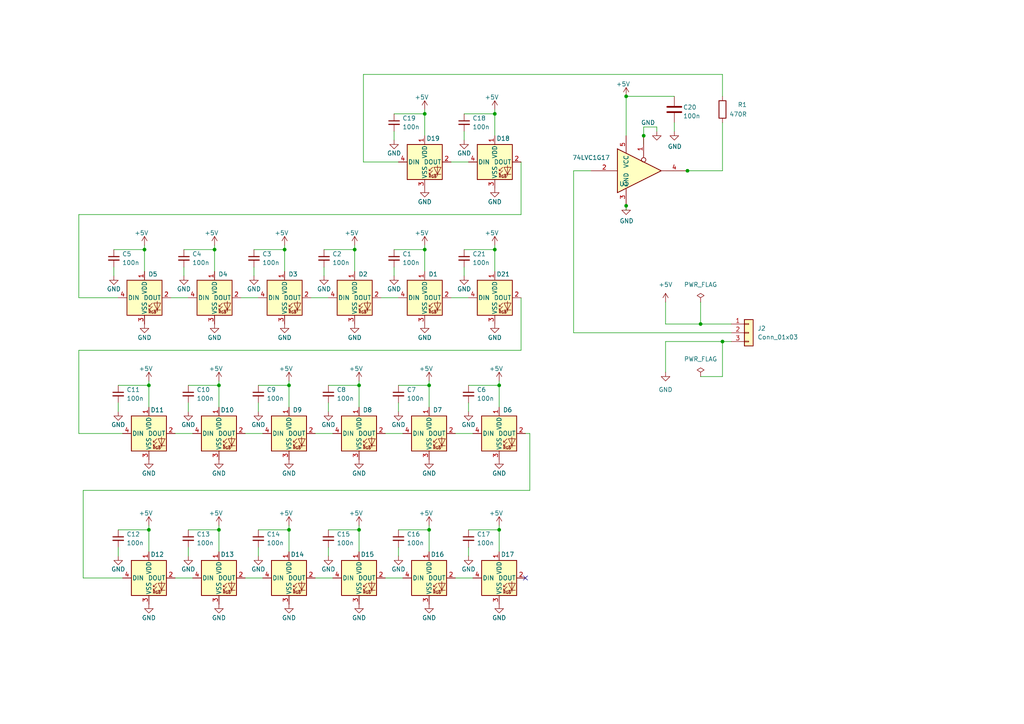
<source format=kicad_sch>
(kicad_sch (version 20230121) (generator eeschema)
  (paper "A4")
  (lib_symbols
    (symbol "74xGxx:74LVC1G125"
      (property "Reference" "U" (at -10.16 7.62 0))
      (property "Value" "74LVC1G125" (at 2.54 -7.62 0))
      (symbol "74LVC1G125_0_1"
        (polyline (pts (xy -7.62 6.35) (xy -7.62 -6.35) (xy 5.08 0) (xy -7.62 6.35)) (stroke (width 0.254)) (fill (type background)))
      )
      (symbol "74LVC1G125_1_1"
        (pin input inverted (at 0 10.16 270) (length 7.62) (name "~") (number "1"))
        (pin input line (at -15.24 0 0) (length 7.62) (name "~") (number "2"))
        (pin power_in line (at -5.08 -10.16 90) (length 5.08) (name "GND") (number "3"))
        (pin tri_state line (at 12.7 0 180) (length 7.62) (name "~") (number "4"))
        (pin power_in line (at -5.08 10.16 270) (length 5.08) (name "VCC") (number "5"))
      )
    )
    (symbol "Connector_Generic:Conn_01x03" (pin_names (offset 1.016) hide)
      (property "Reference" "J" (at 0 5.08 0))
      (property "Value" "Conn_01x03" (at 0 -5.08 0))
      (symbol "Conn_01x03_1_1"
        (rectangle (start -1.27 -2.413) (end 0 -2.667) (stroke (width 0.1524)))
        (rectangle (start -1.27 0.127) (end 0 -0.127) (stroke (width 0.1524)))
        (rectangle (start -1.27 2.667) (end 0 2.413) (stroke (width 0.1524)))
        (rectangle (start -1.27 3.81) (end 1.27 -3.81) (stroke (width 0.254)) (fill (type background)))
        (pin passive line (at -5.08 2.54 0) (length 3.81) (name "Pin_1") (number "1"))
        (pin passive line (at -5.08 0 0) (length 3.81) (name "Pin_2") (number "2"))
        (pin passive line (at -5.08 -2.54 0) (length 3.81) (name "Pin_3") (number "3"))
      )
    )
    (symbol "Device:C" (pin_numbers hide) (pin_names (offset 0.254))
      (property "Reference" "C" (at 0.635 2.54 0))
      (property "Value" "C" (at 0.635 -2.54 0))
      (symbol "C_0_1"
        (polyline (pts (xy -2.032 -0.762) (xy 2.032 -0.762)) (stroke (width 0.508)))
        (polyline (pts (xy -2.032 0.762) (xy 2.032 0.762)) (stroke (width 0.508)))
      )
      (symbol "C_1_1"
        (pin passive line (at 0 3.81 270) (length 2.794) (name "~") (number "1"))
        (pin passive line (at 0 -3.81 90) (length 2.794) (name "~") (number "2"))
      )
    )
    (symbol "Device:C_Small" (pin_numbers hide) (pin_names (offset 0.254) hide)
      (property "Reference" "C" (at 0.254 1.778 0))
      (property "Value" "C_Small" (at 0.254 -2.032 0))
      (symbol "C_Small_0_1"
        (polyline (pts (xy -1.524 -0.508) (xy 1.524 -0.508)) (stroke (width 0.3302)))
        (polyline (pts (xy -1.524 0.508) (xy 1.524 0.508)) (stroke (width 0.3048)))
      )
      (symbol "C_Small_1_1"
        (pin passive line (at 0 2.54 270) (length 2.032) (name "~") (number "1"))
        (pin passive line (at 0 -2.54 90) (length 2.032) (name "~") (number "2"))
      )
    )
    (symbol "Device:R" (pin_numbers hide) (pin_names (offset 0))
      (property "Reference" "R" (at 2.032 0 90))
      (property "Value" "R" (at 0 0 90))
      (symbol "R_0_1"
        (rectangle (start -1.016 -2.54) (end 1.016 2.54) (stroke (width 0.254)))
      )
      (symbol "R_1_1"
        (pin passive line (at 0 3.81 270) (length 1.27) (name "~") (number "1"))
        (pin passive line (at 0 -3.81 90) (length 1.27) (name "~") (number "2"))
      )
    )
    (symbol "GND_2" (power) (pin_names (offset 0))
      (property "Value" "GND_2" (at 0 -3.81 0))
      (symbol "GND_2_0_1"
        (polyline (pts (xy 0 0) (xy 0 -1.27) (xy 1.27 -1.27) (xy 0 -2.54) (xy -1.27 -1.27) (xy 0 -1.27)))
      )
      (symbol "GND_2_1_1"
        (pin power_in line (at 0 0 270) (length 0) hide (name "GND") (number "1"))
      )
    )
    (symbol "LED:WS2812B" (pin_names (offset 0.254))
      (property "Reference" "D" (at 5.08 5.715 0))
      (property "Value" "WS2812B" (at 1.27 -5.715 0))
      (symbol "WS2812B_0_0"
        (text "RGB" (at 2.286 -4.191 0) (effects (font (size 0.762 0.762))))
      )
      (symbol "WS2812B_0_1"
        (polyline (pts (xy 1.27 -3.556) (xy 1.778 -3.556)))
        (polyline (pts (xy 1.27 -2.54) (xy 1.778 -2.54)))
        (polyline (pts (xy 4.699 -3.556) (xy 2.667 -3.556)))
        (polyline (pts (xy 2.286 -2.54) (xy 1.27 -3.556) (xy 1.27 -3.048)))
        (polyline (pts (xy 2.286 -1.524) (xy 1.27 -2.54) (xy 1.27 -2.032)))
        (polyline (pts (xy 3.683 -1.016) (xy 3.683 -3.556) (xy 3.683 -4.064)))
        (polyline (pts (xy 4.699 -1.524) (xy 2.667 -1.524) (xy 3.683 -3.556) (xy 4.699 -1.524)))
        (rectangle (start 5.08 5.08) (end -5.08 -5.08) (stroke (width 0.254)) (fill (type background)))
      )
      (symbol "WS2812B_1_1"
        (pin power_in line (at 0 7.62 270) (length 2.54) (name "VDD") (number "1"))
        (pin output line (at 7.62 0 180) (length 2.54) (name "DOUT") (number "2"))
        (pin power_in line (at 0 -7.62 90) (length 2.54) (name "VSS") (number "3"))
        (pin input line (at -7.62 0 0) (length 2.54) (name "DIN") (number "4"))
      )
    )
    (symbol "power:+5V" (power) (pin_names (offset 0))
      (property "Value" "+5V" (at 0 3.556 0))
      (symbol "+5V_0_1"
        (polyline (pts (xy -0.762 1.27) (xy 0 2.54)))
        (polyline (pts (xy 0 0) (xy 0 2.54)))
        (polyline (pts (xy 0 2.54) (xy 0.762 1.27)))
      )
      (symbol "+5V_1_1"
        (pin power_in line (at 0 0 90) (length 0) hide (name "+5V") (number "1"))
      )
    )
    (symbol "power:GND" (power) (pin_names (offset 0))
      (property "Value" "GND" (at 0 -3.81 0))
      (symbol "GND_0_1"
        (polyline (pts (xy 0 0) (xy 0 -1.27) (xy 1.27 -1.27) (xy 0 -2.54) (xy -1.27 -1.27) (xy 0 -1.27)))
      )
      (symbol "GND_1_1"
        (pin power_in line (at 0 0 270) (length 0) hide (name "GND") (number "1"))
      )
    )
    (symbol "power:PWR_FLAG" (power) (pin_numbers hide) (pin_names (offset 0) hide)
      (property "Value" "PWR_FLAG" (at 0 3.81 0))
      (symbol "PWR_FLAG_0_0"
        (pin power_out line (at 0 0 90) (length 0) (name "pwr") (number "1"))
      )
      (symbol "PWR_FLAG_0_1"
        (polyline (pts (xy 0 0) (xy 0 1.27) (xy -1.016 1.905) (xy 0 2.54) (xy 1.016 1.905) (xy 0 1.27)))
      )
    )
  )
  (junction (at 144.78 153.67))
  (junction (at 186.69 39.37))
  (junction (at 199.39 49.53))
  (junction (at 43.18 153.67))
  (junction (at 203.2 93.98))
  (junction (at 63.5 111.76))
  (junction (at 83.82 111.76))
  (junction (at 83.82 153.67))
  (junction (at 62.23 72.39))
  (junction (at 181.61 59.69))
  (junction (at 82.55 72.39))
  (junction (at 143.51 33.02))
  (junction (at 102.87 72.39))
  (junction (at 63.5 153.67))
  (junction (at 144.78 111.76))
  (junction (at 143.51 72.39))
  (junction (at 124.46 111.76))
  (junction (at 104.14 111.76))
  (junction (at 123.19 33.02))
  (junction (at 41.91 72.39))
  (junction (at 43.18 111.76))
  (junction (at 123.19 72.39))
  (junction (at 124.46 153.67))
  (junction (at 181.61 27.94))
  (junction (at 209.55 99.06))
  (junction (at 104.14 153.67))
  (no_connect (at 152.4 167.64))
  (wire (pts (xy 69.85 86.36) (xy 74.93 86.36)))
  (wire (pts (xy 130.81 86.36) (xy 135.89 86.36)))
  (wire (pts (xy 144.78 152.4) (xy 144.78 153.67)))
  (wire (pts (xy 91.44 125.73) (xy 96.52 125.73)))
  (wire (pts (xy 115.57 158.75) (xy 115.57 161.29)))
  (wire (pts (xy 166.37 96.52) (xy 166.37 49.53)))
  (wire (pts (xy 190.5 36.83) (xy 186.69 36.83)))
  (wire (pts (xy 166.37 96.52) (xy 212.09 96.52)))
  (wire (pts (xy 144.78 110.49) (xy 144.78 111.76)))
  (wire (pts (xy 74.93 153.67) (xy 83.82 153.67)))
  (wire (pts (xy 102.87 72.39) (xy 102.87 78.74)))
  (wire (pts (xy 63.5 152.4) (xy 63.5 153.67)))
  (wire (pts (xy 34.29 111.76) (xy 43.18 111.76)))
  (wire (pts (xy 195.58 38.1) (xy 195.58 35.56)))
  (wire (pts (xy 62.23 72.39) (xy 62.23 78.74)))
  (wire (pts (xy 73.66 77.47) (xy 73.66 80.01)))
  (wire (pts (xy 71.12 125.73) (xy 76.2 125.73)))
  (wire (pts (xy 49.53 86.36) (xy 54.61 86.36)))
  (wire (pts (xy 105.41 46.99) (xy 115.57 46.99)))
  (wire (pts (xy 135.89 116.84) (xy 135.89 119.38)))
  (wire (pts (xy 111.76 167.64) (xy 116.84 167.64)))
  (wire (pts (xy 110.49 86.36) (xy 115.57 86.36)))
  (wire (pts (xy 199.39 49.53) (xy 209.55 49.53)))
  (wire (pts (xy 153.67 142.24) (xy 24.13 142.24)))
  (wire (pts (xy 95.25 111.76) (xy 104.14 111.76)))
  (wire (pts (xy 124.46 153.67) (xy 124.46 160.02)))
  (wire (pts (xy 50.8 167.64) (xy 55.88 167.64)))
  (wire (pts (xy 143.51 31.75) (xy 143.51 33.02)))
  (wire (pts (xy 115.57 111.76) (xy 124.46 111.76)))
  (wire (pts (xy 151.13 101.6) (xy 22.86 101.6)))
  (wire (pts (xy 22.86 125.73) (xy 35.56 125.73)))
  (wire (pts (xy 95.25 158.75) (xy 95.25 161.29)))
  (wire (pts (xy 50.8 125.73) (xy 55.88 125.73)))
  (wire (pts (xy 181.61 60.96) (xy 181.61 59.69)))
  (wire (pts (xy 83.82 153.67) (xy 83.82 160.02)))
  (wire (pts (xy 91.44 167.64) (xy 96.52 167.64)))
  (wire (pts (xy 74.93 111.76) (xy 83.82 111.76)))
  (wire (pts (xy 102.87 71.12) (xy 102.87 72.39)))
  (wire (pts (xy 104.14 110.49) (xy 104.14 111.76)))
  (wire (pts (xy 186.69 41.91) (xy 186.69 39.37)))
  (wire (pts (xy 54.61 116.84) (xy 54.61 119.38)))
  (wire (pts (xy 134.62 72.39) (xy 143.51 72.39)))
  (wire (pts (xy 41.91 71.12) (xy 41.91 72.39)))
  (wire (pts (xy 74.93 158.75) (xy 74.93 161.29)))
  (wire (pts (xy 104.14 153.67) (xy 104.14 160.02)))
  (wire (pts (xy 111.76 125.73) (xy 116.84 125.73)))
  (wire (pts (xy 104.14 152.4) (xy 104.14 153.67)))
  (wire (pts (xy 43.18 110.49) (xy 43.18 111.76)))
  (wire (pts (xy 130.81 46.99) (xy 135.89 46.99)))
  (wire (pts (xy 82.55 72.39) (xy 82.55 78.74)))
  (wire (pts (xy 41.91 72.39) (xy 41.91 78.74)))
  (wire (pts (xy 71.12 167.64) (xy 76.2 167.64)))
  (wire (pts (xy 114.3 38.1) (xy 114.3 40.64)))
  (wire (pts (xy 143.51 72.39) (xy 143.51 78.74)))
  (wire (pts (xy 123.19 71.12) (xy 123.19 72.39)))
  (wire (pts (xy 144.78 153.67) (xy 144.78 160.02)))
  (wire (pts (xy 193.04 99.06) (xy 193.04 107.95)))
  (wire (pts (xy 104.14 111.76) (xy 104.14 118.11)))
  (wire (pts (xy 22.86 86.36) (xy 34.29 86.36)))
  (wire (pts (xy 123.19 31.75) (xy 123.19 33.02)))
  (wire (pts (xy 93.98 72.39) (xy 102.87 72.39)))
  (wire (pts (xy 152.4 125.73) (xy 153.67 125.73)))
  (wire (pts (xy 62.23 71.12) (xy 62.23 72.39)))
  (wire (pts (xy 181.61 27.94) (xy 181.61 39.37)))
  (wire (pts (xy 124.46 111.76) (xy 124.46 118.11)))
  (wire (pts (xy 115.57 116.84) (xy 115.57 119.38)))
  (wire (pts (xy 209.55 109.22) (xy 209.55 99.06)))
  (wire (pts (xy 82.55 71.12) (xy 82.55 72.39)))
  (wire (pts (xy 83.82 152.4) (xy 83.82 153.67)))
  (wire (pts (xy 54.61 158.75) (xy 54.61 161.29)))
  (wire (pts (xy 54.61 153.67) (xy 63.5 153.67)))
  (wire (pts (xy 43.18 111.76) (xy 43.18 118.11)))
  (wire (pts (xy 143.51 33.02) (xy 143.51 39.37)))
  (wire (pts (xy 203.2 87.63) (xy 203.2 93.98)))
  (wire (pts (xy 53.34 77.47) (xy 53.34 80.01)))
  (wire (pts (xy 33.02 72.39) (xy 41.91 72.39)))
  (wire (pts (xy 151.13 86.36) (xy 151.13 101.6)))
  (wire (pts (xy 63.5 153.67) (xy 63.5 160.02)))
  (wire (pts (xy 132.08 125.73) (xy 137.16 125.73)))
  (wire (pts (xy 134.62 38.1) (xy 134.62 40.64)))
  (wire (pts (xy 54.61 111.76) (xy 63.5 111.76)))
  (wire (pts (xy 190.5 36.83) (xy 190.5 38.1)))
  (wire (pts (xy 95.25 116.84) (xy 95.25 119.38)))
  (wire (pts (xy 186.69 36.83) (xy 186.69 39.37)))
  (wire (pts (xy 63.5 111.76) (xy 63.5 118.11)))
  (wire (pts (xy 74.93 116.84) (xy 74.93 119.38)))
  (wire (pts (xy 193.04 93.98) (xy 193.04 87.63)))
  (wire (pts (xy 114.3 33.02) (xy 123.19 33.02)))
  (wire (pts (xy 43.18 153.67) (xy 43.18 160.02)))
  (wire (pts (xy 114.3 77.47) (xy 114.3 80.01)))
  (wire (pts (xy 123.19 72.39) (xy 123.19 78.74)))
  (wire (pts (xy 151.13 62.23) (xy 22.86 62.23)))
  (wire (pts (xy 132.08 167.64) (xy 137.16 167.64)))
  (wire (pts (xy 24.13 167.64) (xy 35.56 167.64)))
  (wire (pts (xy 53.34 72.39) (xy 62.23 72.39)))
  (wire (pts (xy 199.39 49.53) (xy 193.04 49.53)))
  (wire (pts (xy 124.46 110.49) (xy 124.46 111.76)))
  (wire (pts (xy 203.2 93.98) (xy 193.04 93.98)))
  (wire (pts (xy 83.82 111.76) (xy 83.82 118.11)))
  (wire (pts (xy 95.25 153.67) (xy 104.14 153.67)))
  (wire (pts (xy 22.86 62.23) (xy 22.86 86.36)))
  (wire (pts (xy 22.86 101.6) (xy 22.86 125.73)))
  (wire (pts (xy 43.18 152.4) (xy 43.18 153.67)))
  (wire (pts (xy 24.13 142.24) (xy 24.13 167.64)))
  (wire (pts (xy 209.55 49.53) (xy 209.55 35.56)))
  (wire (pts (xy 93.98 77.47) (xy 93.98 80.01)))
  (wire (pts (xy 115.57 153.67) (xy 124.46 153.67)))
  (wire (pts (xy 135.89 111.76) (xy 144.78 111.76)))
  (wire (pts (xy 63.5 110.49) (xy 63.5 111.76)))
  (wire (pts (xy 123.19 33.02) (xy 123.19 39.37)))
  (wire (pts (xy 134.62 33.02) (xy 143.51 33.02)))
  (wire (pts (xy 203.2 109.22) (xy 209.55 109.22)))
  (wire (pts (xy 114.3 72.39) (xy 123.19 72.39)))
  (wire (pts (xy 135.89 158.75) (xy 135.89 161.29)))
  (wire (pts (xy 124.46 152.4) (xy 124.46 153.67)))
  (wire (pts (xy 33.02 77.47) (xy 33.02 80.01)))
  (wire (pts (xy 34.29 116.84) (xy 34.29 119.38)))
  (wire (pts (xy 135.89 153.67) (xy 144.78 153.67)))
  (wire (pts (xy 105.41 21.59) (xy 209.55 21.59)))
  (wire (pts (xy 73.66 72.39) (xy 82.55 72.39)))
  (wire (pts (xy 153.67 125.73) (xy 153.67 142.24)))
  (wire (pts (xy 209.55 21.59) (xy 209.55 27.94)))
  (wire (pts (xy 143.51 71.12) (xy 143.51 72.39)))
  (wire (pts (xy 90.17 86.36) (xy 95.25 86.36)))
  (wire (pts (xy 151.13 46.99) (xy 151.13 62.23)))
  (wire (pts (xy 134.62 77.47) (xy 134.62 80.01)))
  (wire (pts (xy 34.29 158.75) (xy 34.29 161.29)))
  (wire (pts (xy 144.78 111.76) (xy 144.78 118.11)))
  (wire (pts (xy 166.37 49.53) (xy 171.45 49.53)))
  (wire (pts (xy 83.82 110.49) (xy 83.82 111.76)))
  (wire (pts (xy 212.09 93.98) (xy 203.2 93.98)))
  (wire (pts (xy 181.61 27.94) (xy 195.58 27.94)))
  (wire (pts (xy 212.09 99.06) (xy 209.55 99.06)))
  (wire (pts (xy 105.41 21.59) (xy 105.41 46.99)))
  (wire (pts (xy 209.55 99.06) (xy 193.04 99.06)))
  (wire (pts (xy 34.29 153.67) (xy 43.18 153.67)))
  (symbol (lib_id "power:GND") (at 123.19 54.61 0) (unit 1)
    (property "Reference" "#PWR062" (effects hide))
    (property "Value" "GND" (at 123.19 58.547 0))
  )
  (symbol (lib_id "power:+5V") (at 63.5 152.4 0) (unit 1)
    (property "Reference" "#PWR043" (effects hide))
    (property "Value" "+5V" (at 62.611 148.844 0))
  )
  (symbol (lib_id "LED:WS2812B") (at 124.46 125.73 0) (unit 1)
    (property "Reference" "D7" (at 126.8984 118.8974 0))
    (property "Value" "WS2812B" (effects hide))
    (property "Footprint" "LED_SMD:LED_WS2812B_PLCC4_5.0x5.0mm_P3.2mm" (effects hide))
    (property "Datasheet" "https://cdn-shop.adafruit.com/datasheets/WS2812B.pdf" (effects hide))
  )
  (symbol (lib_id "power:+5V") (at 123.19 71.12 0) (unit 1)
    (property "Reference" "#PWR04" (effects hide))
    (property "Value" "+5V" (at 122.301 67.564 0))
  )
  (symbol (lib_id "power:GND") (at 144.78 175.26 0) (unit 1)
    (property "Reference" "#PWR056" (effects hide))
    (property "Value" "GND" (at 144.78 179.197 0))
  )
  (symbol (lib_id "power:GND") (at 104.14 175.26 0) (unit 1)
    (property "Reference" "#PWR050" (effects hide))
    (property "Value" "GND" (at 104.14 179.197 0))
  )
  (symbol (lib_name "GND_2") (lib_id "power:GND") (at 114.3 80.01 0) (unit 1)
    (property "Reference" "#PWR03" (effects hide))
    (property "Value" "GND" (at 114.3 83.82 0))
  )
  (symbol (lib_id "power:+5V") (at 43.18 110.49 0) (unit 1)
    (property "Reference" "#PWR037" (effects hide))
    (property "Value" "+5V" (at 42.291 106.934 0))
  )
  (symbol (lib_id "power:GND") (at 143.51 54.61 0) (unit 1)
    (property "Reference" "#PWR059" (effects hide))
    (property "Value" "GND" (at 143.51 58.547 0))
  )
  (symbol (lib_id "Device:C_Small") (at 135.89 114.3 0) (unit 1)
    (property "Reference" "C6" (at 138.303 113.0362 0) (effects (justify left)))
    (property "Value" "100n" (at 138.303 115.5762 0) (effects (justify left)))
    (property "Footprint" "Capacitor_SMD:C_0805_2012Metric_Pad1.18x1.45mm_HandSolder" (effects hide))
  )
  (symbol (lib_id "power:+5V") (at 63.5 110.49 0) (unit 1)
    (property "Reference" "#PWR034" (effects hide))
    (property "Value" "+5V" (at 62.611 106.934 0))
  )
  (symbol (lib_name "GND_2") (lib_id "power:GND") (at 135.89 161.29 0) (unit 1)
    (property "Reference" "#PWR054" (effects hide))
    (property "Value" "GND" (at 135.89 165.1 0))
  )
  (symbol (lib_id "power:GND") (at 124.46 133.35 0) (unit 1)
    (property "Reference" "#PWR023" (effects hide))
    (property "Value" "GND" (at 124.46 137.287 0))
  )
  (symbol (lib_id "power:+5V") (at 144.78 110.49 0) (unit 1)
    (property "Reference" "#PWR019" (effects hide))
    (property "Value" "+5V" (at 143.891 106.934 0))
  )
  (symbol (lib_id "power:GND") (at 193.04 107.95 0) (unit 1)
    (property "Reference" "#PWR02" (effects hide))
    (property "Value" "GND" (at 193.04 113.03 0))
  )
  (symbol (lib_id "power:GND") (at 63.5 175.26 0) (unit 1)
    (property "Reference" "#PWR044" (effects hide))
    (property "Value" "GND" (at 63.5 179.197 0))
  )
  (symbol (lib_id "LED:WS2812B") (at 123.19 46.99 0) (unit 1)
    (property "Reference" "D19" (at 125.6284 40.1574 0))
    (property "Value" "WS2812B" (effects hide))
    (property "Footprint" "LED_SMD:LED_WS2812B_PLCC4_5.0x5.0mm_P3.2mm" (effects hide))
    (property "Datasheet" "https://cdn-shop.adafruit.com/datasheets/WS2812B.pdf" (effects hide))
  )
  (symbol (lib_id "power:+5V") (at 124.46 110.49 0) (unit 1)
    (property "Reference" "#PWR022" (effects hide))
    (property "Value" "+5V" (at 123.571 106.934 0))
  )
  (symbol (lib_id "Device:C_Small") (at 115.57 114.3 0) (unit 1)
    (property "Reference" "C7" (at 117.983 113.0362 0) (effects (justify left)))
    (property "Value" "100n" (at 117.983 115.5762 0) (effects (justify left)))
    (property "Footprint" "Capacitor_SMD:C_0805_2012Metric_Pad1.18x1.45mm_HandSolder" (effects hide))
  )
  (symbol (lib_id "power:GND") (at 123.19 93.98 0) (unit 1)
    (property "Reference" "#PWR05" (effects hide))
    (property "Value" "GND" (at 123.19 97.917 0))
  )
  (symbol (lib_name "GND_2") (lib_id "power:GND") (at 33.02 80.01 0) (unit 1)
    (property "Reference" "#PWR015" (effects hide))
    (property "Value" "GND" (at 33.02 83.82 0))
  )
  (symbol (lib_id "power:GND") (at 83.82 175.26 0) (unit 1)
    (property "Reference" "#PWR047" (effects hide))
    (property "Value" "GND" (at 83.82 179.197 0))
  )
  (symbol (lib_id "Device:C_Small") (at 33.02 74.93 0) (unit 1)
    (property "Reference" "C5" (at 35.433 73.6662 0) (effects (justify left)))
    (property "Value" "100n" (at 35.433 76.2062 0) (effects (justify left)))
    (property "Footprint" "Capacitor_SMD:C_0805_2012Metric_Pad1.18x1.45mm_HandSolder" (effects hide))
  )
  (symbol (lib_id "power:+5V") (at 102.87 71.12 0) (unit 1)
    (property "Reference" "#PWR07" (effects hide))
    (property "Value" "+5V" (at 101.981 67.564 0))
  )
  (symbol (lib_name "GND_2") (lib_id "power:GND") (at 115.57 119.38 0) (unit 1)
    (property "Reference" "#PWR021" (effects hide))
    (property "Value" "GND" (at 115.57 123.19 0))
  )
  (symbol (lib_name "GND_2") (lib_id "power:GND") (at 34.29 161.29 0) (unit 1)
    (property "Reference" "#PWR039" (effects hide))
    (property "Value" "GND" (at 34.29 165.1 0))
  )
  (symbol (lib_id "power:GND") (at 124.46 175.26 0) (unit 1)
    (property "Reference" "#PWR053" (effects hide))
    (property "Value" "GND" (at 124.46 179.197 0))
  )
  (symbol (lib_id "Device:C_Small") (at 73.66 74.93 0) (unit 1)
    (property "Reference" "C3" (at 76.073 73.6662 0) (effects (justify left)))
    (property "Value" "100n" (at 76.073 76.2062 0) (effects (justify left)))
    (property "Footprint" "Capacitor_SMD:C_0805_2012Metric_Pad1.18x1.45mm_HandSolder" (effects hide))
  )
  (symbol (lib_id "LED:WS2812B") (at 102.87 86.36 0) (unit 1)
    (property "Reference" "D2" (at 105.3084 79.5274 0))
    (property "Value" "WS2812B" (effects hide))
    (property "Footprint" "LED_SMD:LED_WS2812B_PLCC4_5.0x5.0mm_P3.2mm" (effects hide))
    (property "Datasheet" "https://cdn-shop.adafruit.com/datasheets/WS2812B.pdf" (effects hide))
  )
  (symbol (lib_id "power:GND") (at 62.23 93.98 0) (unit 1)
    (property "Reference" "#PWR014" (effects hide))
    (property "Value" "GND" (at 62.23 97.917 0))
  )
  (symbol (lib_id "power:GND") (at 195.58 38.1 0) (unit 1)
    (property "Reference" "#PWR065" (effects hide))
    (property "Value" "GND" (at 195.707 42.4942 0))
  )
  (symbol (lib_id "power:+5V") (at 62.23 71.12 0) (unit 1)
    (property "Reference" "#PWR013" (effects hide))
    (property "Value" "+5V" (at 61.341 67.564 0))
  )
  (symbol (lib_id "LED:WS2812B") (at 144.78 125.73 0) (unit 1)
    (property "Reference" "D6" (at 147.2184 118.8974 0))
    (property "Value" "WS2812B" (effects hide))
    (property "Footprint" "LED_SMD:LED_WS2812B_PLCC4_5.0x5.0mm_P3.2mm" (effects hide))
    (property "Datasheet" "https://cdn-shop.adafruit.com/datasheets/WS2812B.pdf" (effects hide))
  )
  (symbol (lib_id "power:GND") (at 43.18 133.35 0) (unit 1)
    (property "Reference" "#PWR038" (effects hide))
    (property "Value" "GND" (at 43.18 137.287 0))
  )
  (symbol (lib_id "Device:C_Small") (at 93.98 74.93 0) (unit 1)
    (property "Reference" "C2" (at 96.393 73.6662 0) (effects (justify left)))
    (property "Value" "100n" (at 96.393 76.2062 0) (effects (justify left)))
    (property "Footprint" "Capacitor_SMD:C_0805_2012Metric_Pad1.18x1.45mm_HandSolder" (effects hide))
  )
  (symbol (lib_name "GND_2") (lib_id "power:GND") (at 74.93 119.38 0) (unit 1)
    (property "Reference" "#PWR030" (effects hide))
    (property "Value" "GND" (at 74.93 123.19 0))
  )
  (symbol (lib_name "GND_2") (lib_id "power:GND") (at 134.62 80.01 0) (unit 1)
    (property "Reference" "#PWR025" (effects hide))
    (property "Value" "GND" (at 134.62 83.82 0))
  )
  (symbol (lib_id "LED:WS2812B") (at 104.14 167.64 0) (unit 1)
    (property "Reference" "D15" (at 106.5784 160.8074 0))
    (property "Value" "WS2812B" (effects hide))
    (property "Footprint" "LED_SMD:LED_WS2812B_PLCC4_5.0x5.0mm_P3.2mm" (effects hide))
    (property "Datasheet" "https://cdn-shop.adafruit.com/datasheets/WS2812B.pdf" (effects hide))
  )
  (symbol (lib_id "power:+5V") (at 193.04 87.63 0) (unit 1)
    (property "Reference" "#PWR01" (effects hide))
    (property "Value" "+5V" (at 193.04 82.55 0))
  )
  (symbol (lib_id "Device:C_Small") (at 135.89 156.21 0) (unit 1)
    (property "Reference" "C17" (at 138.303 154.9462 0) (effects (justify left)))
    (property "Value" "100n" (at 138.303 157.4862 0) (effects (justify left)))
    (property "Footprint" "Capacitor_SMD:C_0805_2012Metric_Pad1.18x1.45mm_HandSolder" (effects hide))
  )
  (symbol (lib_id "Device:C_Small") (at 34.29 156.21 0) (unit 1)
    (property "Reference" "C12" (at 36.703 154.9462 0) (effects (justify left)))
    (property "Value" "100n" (at 36.703 157.4862 0) (effects (justify left)))
    (property "Footprint" "Capacitor_SMD:C_0805_2012Metric_Pad1.18x1.45mm_HandSolder" (effects hide))
  )
  (symbol (lib_id "power:+5V") (at 123.19 31.75 0) (unit 1)
    (property "Reference" "#PWR061" (effects hide))
    (property "Value" "+5V" (at 122.301 28.194 0))
  )
  (symbol (lib_id "Device:R") (at 209.55 31.75 0) (unit 1)
    (property "Reference" "R1" (at 216.662 30.3784 0) (effects (justify right)))
    (property "Value" "470R" (at 216.662 33.147 0) (effects (justify right)))
    (property "Footprint" "Resistor_SMD:R_0603_1608Metric" (effects hide))
  )
  (symbol (lib_id "Device:C_Small") (at 115.57 156.21 0) (unit 1)
    (property "Reference" "C16" (at 117.983 154.9462 0) (effects (justify left)))
    (property "Value" "100n" (at 117.983 157.4862 0) (effects (justify left)))
    (property "Footprint" "Capacitor_SMD:C_0805_2012Metric_Pad1.18x1.45mm_HandSolder" (effects hide))
  )
  (symbol (lib_id "LED:WS2812B") (at 143.51 86.36 0) (unit 1)
    (property "Reference" "D21" (at 145.9484 79.5274 0))
    (property "Value" "WS2812B" (effects hide))
    (property "Footprint" "LED_SMD:LED_WS2812B_PLCC4_5.0x5.0mm_P3.2mm" (effects hide))
    (property "Datasheet" "https://cdn-shop.adafruit.com/datasheets/WS2812B.pdf" (effects hide))
  )
  (symbol (lib_id "Device:C_Small") (at 74.93 156.21 0) (unit 1)
    (property "Reference" "C14" (at 77.343 154.9462 0) (effects (justify left)))
    (property "Value" "100n" (at 77.343 157.4862 0) (effects (justify left)))
    (property "Footprint" "Capacitor_SMD:C_0805_2012Metric_Pad1.18x1.45mm_HandSolder" (effects hide))
  )
  (symbol (lib_id "LED:WS2812B") (at 43.18 167.64 0) (unit 1)
    (property "Reference" "D12" (at 45.6184 160.8074 0))
    (property "Value" "WS2812B" (effects hide))
    (property "Footprint" "LED_SMD:LED_WS2812B_PLCC4_5.0x5.0mm_P3.2mm" (effects hide))
    (property "Datasheet" "https://cdn-shop.adafruit.com/datasheets/WS2812B.pdf" (effects hide))
  )
  (symbol (lib_id "power:PWR_FLAG") (at 203.2 87.63 0) (unit 1)
    (property "Reference" "#FLG01" (effects hide))
    (property "Value" "PWR_FLAG" (at 203.2 82.55 0))
  )
  (symbol (lib_id "power:GND") (at 104.14 133.35 0) (unit 1)
    (property "Reference" "#PWR029" (effects hide))
    (property "Value" "GND" (at 104.14 137.287 0))
  )
  (symbol (lib_id "LED:WS2812B") (at 82.55 86.36 0) (unit 1)
    (property "Reference" "D3" (at 84.9884 79.5274 0))
    (property "Value" "WS2812B" (effects hide))
    (property "Footprint" "LED_SMD:LED_WS2812B_PLCC4_5.0x5.0mm_P3.2mm" (effects hide))
    (property "Datasheet" "https://cdn-shop.adafruit.com/datasheets/WS2812B.pdf" (effects hide))
  )
  (symbol (lib_id "power:+5V") (at 82.55 71.12 0) (unit 1)
    (property "Reference" "#PWR010" (effects hide))
    (property "Value" "+5V" (at 81.661 67.564 0))
  )
  (symbol (lib_id "LED:WS2812B") (at 144.78 167.64 0) (unit 1)
    (property "Reference" "D17" (at 147.2184 160.8074 0))
    (property "Value" "WS2812B" (effects hide))
    (property "Footprint" "LED_SMD:LED_WS2812B_PLCC4_5.0x5.0mm_P3.2mm" (effects hide))
    (property "Datasheet" "https://cdn-shop.adafruit.com/datasheets/WS2812B.pdf" (effects hide))
  )
  (symbol (lib_id "LED:WS2812B") (at 124.46 167.64 0) (unit 1)
    (property "Reference" "D16" (at 126.8984 160.8074 0))
    (property "Value" "WS2812B" (effects hide))
    (property "Footprint" "LED_SMD:LED_WS2812B_PLCC4_5.0x5.0mm_P3.2mm" (effects hide))
    (property "Datasheet" "https://cdn-shop.adafruit.com/datasheets/WS2812B.pdf" (effects hide))
  )
  (symbol (lib_id "74xGxx:74LVC1G125") (at 186.69 49.53 0) (unit 1)
    (property "Reference" "U1" (at 180.975 53.34 0))
    (property "Value" "74LVC1G17" (at 171.45 45.72 0))
    (property "Footprint" "Package_TO_SOT_SMD:SOT-23-5" (effects hide))
    (property "Datasheet" "https://www.ti.com/lit/ds/symlink/sn74lvc1g125.pdf" (effects hide))
  )
  (symbol (lib_name "GND_2") (lib_id "power:GND") (at 95.25 119.38 0) (unit 1)
    (property "Reference" "#PWR024" (effects hide))
    (property "Value" "GND" (at 95.25 123.19 0))
  )
  (symbol (lib_id "Device:C_Small") (at 74.93 114.3 0) (unit 1)
    (property "Reference" "C9" (at 77.343 113.0362 0) (effects (justify left)))
    (property "Value" "100n" (at 77.343 115.5762 0) (effects (justify left)))
    (property "Footprint" "Capacitor_SMD:C_0805_2012Metric_Pad1.18x1.45mm_HandSolder" (effects hide))
  )
  (symbol (lib_id "Device:C_Small") (at 95.25 114.3 0) (unit 1)
    (property "Reference" "C8" (at 97.663 113.0362 0) (effects (justify left)))
    (property "Value" "100n" (at 97.663 115.5762 0) (effects (justify left)))
    (property "Footprint" "Capacitor_SMD:C_0805_2012Metric_Pad1.18x1.45mm_HandSolder" (effects hide))
  )
  (symbol (lib_id "power:+5V") (at 83.82 152.4 0) (unit 1)
    (property "Reference" "#PWR046" (effects hide))
    (property "Value" "+5V" (at 82.931 148.844 0))
  )
  (symbol (lib_name "GND_2") (lib_id "power:GND") (at 135.89 119.38 0) (unit 1)
    (property "Reference" "#PWR018" (effects hide))
    (property "Value" "GND" (at 135.89 123.19 0))
  )
  (symbol (lib_id "power:GND") (at 144.78 133.35 0) (unit 1)
    (property "Reference" "#PWR020" (effects hide))
    (property "Value" "GND" (at 144.78 137.287 0))
  )
  (symbol (lib_id "power:GND") (at 143.51 93.98 0) (unit 1)
    (property "Reference" "#PWR027" (effects hide))
    (property "Value" "GND" (at 143.51 97.917 0))
  )
  (symbol (lib_id "power:+5V") (at 104.14 152.4 0) (unit 1)
    (property "Reference" "#PWR049" (effects hide))
    (property "Value" "+5V" (at 103.251 148.844 0))
  )
  (symbol (lib_name "GND_2") (lib_id "power:GND") (at 114.3 40.64 0) (unit 1)
    (property "Reference" "#PWR060" (effects hide))
    (property "Value" "GND" (at 114.3 44.45 0))
  )
  (symbol (lib_name "GND_2") (lib_id "power:GND") (at 53.34 80.01 0) (unit 1)
    (property "Reference" "#PWR012" (effects hide))
    (property "Value" "GND" (at 53.34 83.82 0))
  )
  (symbol (lib_name "GND_2") (lib_id "power:GND") (at 74.93 161.29 0) (unit 1)
    (property "Reference" "#PWR045" (effects hide))
    (property "Value" "GND" (at 74.93 165.1 0))
  )
  (symbol (lib_id "power:GND") (at 63.5 133.35 0) (unit 1)
    (property "Reference" "#PWR035" (effects hide))
    (property "Value" "GND" (at 63.5 137.287 0))
  )
  (symbol (lib_id "LED:WS2812B") (at 63.5 125.73 0) (unit 1)
    (property "Reference" "D10" (at 65.9384 118.8974 0))
    (property "Value" "WS2812B" (effects hide))
    (property "Footprint" "LED_SMD:LED_WS2812B_PLCC4_5.0x5.0mm_P3.2mm" (effects hide))
    (property "Datasheet" "https://cdn-shop.adafruit.com/datasheets/WS2812B.pdf" (effects hide))
  )
  (symbol (lib_id "power:+5V") (at 144.78 152.4 0) (unit 1)
    (property "Reference" "#PWR055" (effects hide))
    (property "Value" "+5V" (at 143.891 148.844 0))
  )
  (symbol (lib_id "LED:WS2812B") (at 83.82 125.73 0) (unit 1)
    (property "Reference" "D9" (at 86.2584 118.8974 0))
    (property "Value" "WS2812B" (effects hide))
    (property "Footprint" "LED_SMD:LED_WS2812B_PLCC4_5.0x5.0mm_P3.2mm" (effects hide))
    (property "Datasheet" "https://cdn-shop.adafruit.com/datasheets/WS2812B.pdf" (effects hide))
  )
  (symbol (lib_id "power:+5V") (at 143.51 31.75 0) (unit 1)
    (property "Reference" "#PWR058" (effects hide))
    (property "Value" "+5V" (at 142.621 28.194 0))
  )
  (symbol (lib_name "GND_2") (lib_id "power:GND") (at 54.61 161.29 0) (unit 1)
    (property "Reference" "#PWR042" (effects hide))
    (property "Value" "GND" (at 54.61 165.1 0))
  )
  (symbol (lib_id "power:+5V") (at 143.51 71.12 0) (unit 1)
    (property "Reference" "#PWR026" (effects hide))
    (property "Value" "+5V" (at 142.621 67.564 0))
  )
  (symbol (lib_id "power:+5V") (at 124.46 152.4 0) (unit 1)
    (property "Reference" "#PWR052" (effects hide))
    (property "Value" "+5V" (at 123.571 148.844 0))
  )
  (symbol (lib_id "power:+5V") (at 181.61 27.94 0) (unit 1)
    (property "Reference" "#PWR063" (effects hide))
    (property "Value" "+5V" (at 180.721 24.384 0))
  )
  (symbol (lib_id "power:+5V") (at 43.18 152.4 0) (unit 1)
    (property "Reference" "#PWR040" (effects hide))
    (property "Value" "+5V" (at 42.291 148.844 0))
  )
  (symbol (lib_name "GND_2") (lib_id "power:GND") (at 95.25 161.29 0) (unit 1)
    (property "Reference" "#PWR048" (effects hide))
    (property "Value" "GND" (at 95.25 165.1 0))
  )
  (symbol (lib_id "power:GND") (at 190.5 38.1 0) (unit 1)
    (property "Reference" "#PWR066" (effects hide))
    (property "Value" "GND" (at 187.96 35.56 0))
  )
  (symbol (lib_id "power:GND") (at 41.91 93.98 0) (unit 1)
    (property "Reference" "#PWR017" (effects hide))
    (property "Value" "GND" (at 41.91 97.917 0))
  )
  (symbol (lib_id "Connector_Generic:Conn_01x03") (at 217.17 96.52 0) (unit 1)
    (property "Reference" "J2" (at 219.71 95.25 0) (effects (justify left)))
    (property "Value" "Conn_01x03" (at 219.71 97.79 0) (effects (justify left)))
  )
  (symbol (lib_id "power:GND") (at 83.82 133.35 0) (unit 1)
    (property "Reference" "#PWR032" (effects hide))
    (property "Value" "GND" (at 83.82 137.287 0))
  )
  (symbol (lib_name "GND_2") (lib_id "power:GND") (at 73.66 80.01 0) (unit 1)
    (property "Reference" "#PWR09" (effects hide))
    (property "Value" "GND" (at 73.66 83.82 0))
  )
  (symbol (lib_id "LED:WS2812B") (at 143.51 46.99 0) (unit 1)
    (property "Reference" "D18" (at 145.9484 40.1574 0))
    (property "Value" "WS2812B" (effects hide))
    (property "Footprint" "LED_SMD:LED_WS2812B_PLCC4_5.0x5.0mm_P3.2mm" (effects hide))
    (property "Datasheet" "https://cdn-shop.adafruit.com/datasheets/WS2812B.pdf" (effects hide))
  )
  (symbol (lib_name "GND_2") (lib_id "power:GND") (at 115.57 161.29 0) (unit 1)
    (property "Reference" "#PWR051" (effects hide))
    (property "Value" "GND" (at 115.57 165.1 0))
  )
  (symbol (lib_id "power:GND") (at 82.55 93.98 0) (unit 1)
    (property "Reference" "#PWR011" (effects hide))
    (property "Value" "GND" (at 82.55 97.917 0))
  )
  (symbol (lib_id "Device:C_Small") (at 134.62 74.93 0) (unit 1)
    (property "Reference" "C21" (at 137.033 73.6662 0) (effects (justify left)))
    (property "Value" "100n" (at 137.033 76.2062 0) (effects (justify left)))
    (property "Footprint" "Capacitor_SMD:C_0805_2012Metric_Pad1.18x1.45mm_HandSolder" (effects hide))
  )
  (symbol (lib_id "power:GND") (at 181.61 59.69 0) (unit 1)
    (property "Reference" "#PWR064" (effects hide))
    (property "Value" "GND" (at 181.737 64.0842 0))
  )
  (symbol (lib_id "Device:C_Small") (at 95.25 156.21 0) (unit 1)
    (property "Reference" "C15" (at 97.663 154.9462 0) (effects (justify left)))
    (property "Value" "100n" (at 97.663 157.4862 0) (effects (justify left)))
    (property "Footprint" "Capacitor_SMD:C_0805_2012Metric_Pad1.18x1.45mm_HandSolder" (effects hide))
  )
  (symbol (lib_id "power:PWR_FLAG") (at 203.2 109.22 0) (unit 1)
    (property "Reference" "#FLG02" (effects hide))
    (property "Value" "PWR_FLAG" (at 203.2 104.14 0))
  )
  (symbol (lib_id "LED:WS2812B") (at 63.5 167.64 0) (unit 1)
    (property "Reference" "D13" (at 65.9384 160.8074 0))
    (property "Value" "WS2812B" (effects hide))
    (property "Footprint" "LED_SMD:LED_WS2812B_PLCC4_5.0x5.0mm_P3.2mm" (effects hide))
    (property "Datasheet" "https://cdn-shop.adafruit.com/datasheets/WS2812B.pdf" (effects hide))
  )
  (symbol (lib_id "Device:C_Small") (at 134.62 35.56 0) (unit 1)
    (property "Reference" "C18" (at 137.033 34.2962 0) (effects (justify left)))
    (property "Value" "100n" (at 137.033 36.8362 0) (effects (justify left)))
    (property "Footprint" "Capacitor_SMD:C_0805_2012Metric_Pad1.18x1.45mm_HandSolder" (effects hide))
  )
  (symbol (lib_id "Device:C") (at 195.58 31.75 0) (unit 1)
    (property "Reference" "C20" (at 198.12 31.115 0) (effects (justify left)))
    (property "Value" "100n" (at 198.12 33.655 0) (effects (justify left)))
    (property "Footprint" "Capacitor_SMD:C_0603_1608Metric" (effects hide))
  )
  (symbol (lib_name "GND_2") (lib_id "power:GND") (at 134.62 40.64 0) (unit 1)
    (property "Reference" "#PWR057" (effects hide))
    (property "Value" "GND" (at 134.62 44.45 0))
  )
  (symbol (lib_id "Device:C_Small") (at 34.29 114.3 0) (unit 1)
    (property "Reference" "C11" (at 36.703 113.0362 0) (effects (justify left)))
    (property "Value" "100n" (at 36.703 115.5762 0) (effects (justify left)))
    (property "Footprint" "Capacitor_SMD:C_0805_2012Metric_Pad1.18x1.45mm_HandSolder" (effects hide))
  )
  (symbol (lib_id "power:+5V") (at 41.91 71.12 0) (unit 1)
    (property "Reference" "#PWR016" (effects hide))
    (property "Value" "+5V" (at 41.021 67.564 0))
  )
  (symbol (lib_id "power:GND") (at 102.87 93.98 0) (unit 1)
    (property "Reference" "#PWR08" (effects hide))
    (property "Value" "GND" (at 102.87 97.917 0))
  )
  (symbol (lib_id "LED:WS2812B") (at 104.14 125.73 0) (unit 1)
    (property "Reference" "D8" (at 106.5784 118.8974 0))
    (property "Value" "WS2812B" (effects hide))
    (property "Footprint" "LED_SMD:LED_WS2812B_PLCC4_5.0x5.0mm_P3.2mm" (effects hide))
    (property "Datasheet" "https://cdn-shop.adafruit.com/datasheets/WS2812B.pdf" (effects hide))
  )
  (symbol (lib_name "GND_2") (lib_id "power:GND") (at 34.29 119.38 0) (unit 1)
    (property "Reference" "#PWR036" (effects hide))
    (property "Value" "GND" (at 34.29 123.19 0))
  )
  (symbol (lib_id "power:+5V") (at 83.82 110.49 0) (unit 1)
    (property "Reference" "#PWR031" (effects hide))
    (property "Value" "+5V" (at 82.931 106.934 0))
  )
  (symbol (lib_name "GND_2") (lib_id "power:GND") (at 54.61 119.38 0) (unit 1)
    (property "Reference" "#PWR033" (effects hide))
    (property "Value" "GND" (at 54.61 123.19 0))
  )
  (symbol (lib_id "LED:WS2812B") (at 123.19 86.36 0) (unit 1)
    (property "Reference" "D1" (at 125.6284 79.5274 0))
    (property "Value" "WS2812B" (effects hide))
    (property "Footprint" "LED_SMD:LED_WS2812B_PLCC4_5.0x5.0mm_P3.2mm" (effects hide))
    (property "Datasheet" "https://cdn-shop.adafruit.com/datasheets/WS2812B.pdf" (effects hide))
  )
  (symbol (lib_id "Device:C_Small") (at 53.34 74.93 0) (unit 1)
    (property "Reference" "C4" (at 55.753 73.6662 0) (effects (justify left)))
    (property "Value" "100n" (at 55.753 76.2062 0) (effects (justify left)))
    (property "Footprint" "Capacitor_SMD:C_0805_2012Metric_Pad1.18x1.45mm_HandSolder" (effects hide))
  )
  (symbol (lib_id "LED:WS2812B") (at 43.18 125.73 0) (unit 1)
    (property "Reference" "D11" (at 45.6184 118.8974 0))
    (property "Value" "WS2812B" (effects hide))
    (property "Footprint" "LED_SMD:LED_WS2812B_PLCC4_5.0x5.0mm_P3.2mm" (effects hide))
    (property "Datasheet" "https://cdn-shop.adafruit.com/datasheets/WS2812B.pdf" (effects hide))
  )
  (symbol (lib_id "Device:C_Small") (at 114.3 35.56 0) (unit 1)
    (property "Reference" "C19" (at 116.713 34.2962 0) (effects (justify left)))
    (property "Value" "100n" (at 116.713 36.8362 0) (effects (justify left)))
    (property "Footprint" "Capacitor_SMD:C_0805_2012Metric_Pad1.18x1.45mm_HandSolder" (effects hide))
  )
  (symbol (lib_id "power:GND") (at 43.18 175.26 0) (unit 1)
    (property "Reference" "#PWR041" (effects hide))
    (property "Value" "GND" (at 43.18 179.197 0))
  )
  (symbol (lib_name "GND_2") (lib_id "power:GND") (at 93.98 80.01 0) (unit 1)
    (property "Reference" "#PWR06" (effects hide))
    (property "Value" "GND" (at 93.98 83.82 0))
  )
  (symbol (lib_id "LED:WS2812B") (at 41.91 86.36 0) (unit 1)
    (property "Reference" "D5" (at 44.3484 79.5274 0))
    (property "Value" "WS2812B" (effects hide))
    (property "Footprint" "LED_SMD:LED_WS2812B_PLCC4_5.0x5.0mm_P3.2mm" (effects hide))
    (property "Datasheet" "https://cdn-shop.adafruit.com/datasheets/WS2812B.pdf" (effects hide))
  )
  (symbol (lib_id "LED:WS2812B") (at 62.23 86.36 0) (unit 1)
    (property "Reference" "D4" (at 64.6684 79.5274 0))
    (property "Value" "WS2812B" (effects hide))
    (property "Footprint" "LED_SMD:LED_WS2812B_PLCC4_5.0x5.0mm_P3.2mm" (effects hide))
    (property "Datasheet" "https://cdn-shop.adafruit.com/datasheets/WS2812B.pdf" (effects hide))
  )
  (symbol (lib_id "power:+5V") (at 104.14 110.49 0) (unit 1)
    (property "Reference" "#PWR028" (effects hide))
    (property "Value" "+5V" (at 103.251 106.934 0))
  )
  (symbol (lib_id "Device:C_Small") (at 54.61 156.21 0) (unit 1)
    (property "Reference" "C13" (at 57.023 154.9462 0) (effects (justify left)))
    (property "Value" "100n" (at 57.023 157.4862 0) (effects (justify left)))
    (property "Footprint" "Capacitor_SMD:C_0805_2012Metric_Pad1.18x1.45mm_HandSolder" (effects hide))
  )
  (symbol (lib_id "Device:C_Small") (at 54.61 114.3 0) (unit 1)
    (property "Reference" "C10" (at 57.023 113.0362 0) (effects (justify left)))
    (property "Value" "100n" (at 57.023 115.5762 0) (effects (justify left)))
    (property "Footprint" "Capacitor_SMD:C_0805_2012Metric_Pad1.18x1.45mm_HandSolder" (effects hide))
  )
  (symbol (lib_id "LED:WS2812B") (at 83.82 167.64 0) (unit 1)
    (property "Reference" "D14" (at 86.2584 160.8074 0))
    (property "Value" "WS2812B" (effects hide))
    (property "Footprint" "LED_SMD:LED_WS2812B_PLCC4_5.0x5.0mm_P3.2mm" (effects hide))
    (property "Datasheet" "https://cdn-shop.adafruit.com/datasheets/WS2812B.pdf" (effects hide))
  )
  (symbol (lib_id "Device:C_Small") (at 114.3 74.93 0) (unit 1)
    (property "Reference" "C1" (at 116.713 73.6662 0) (effects (justify left)))
    (property "Value" "100n" (at 116.713 76.2062 0) (effects (justify left)))
    (property "Footprint" "Capacitor_SMD:C_0805_2012Metric_Pad1.18x1.45mm_HandSolder" (effects hide))
  )
)
</source>
